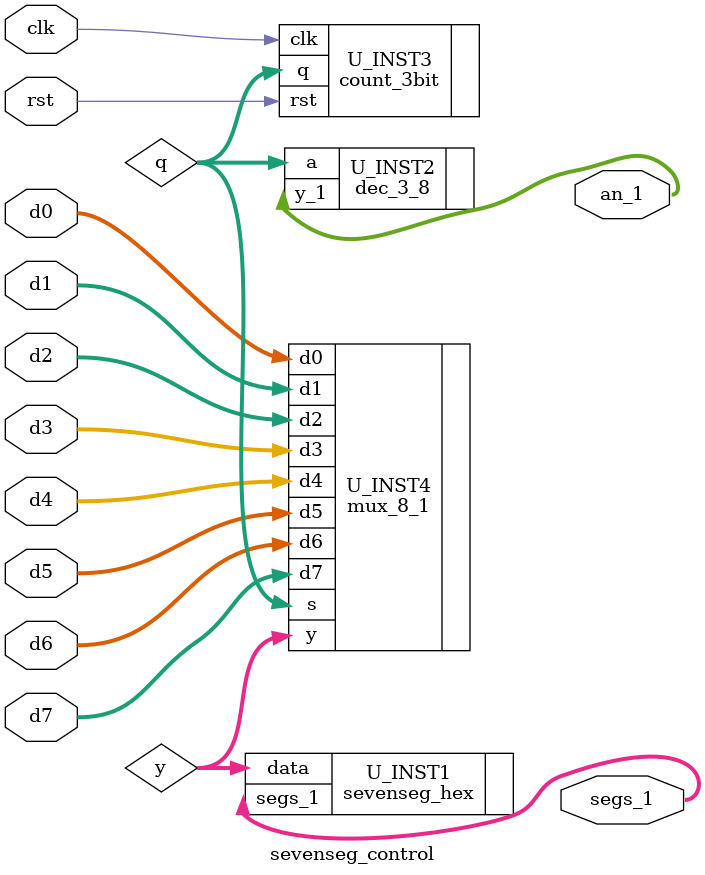
<source format=sv>
`timescale 1ns / 1ps


module sevenseg_control(input logic [3:0] d0,d1,d2,d3,d4,d5,d6,d7, 
                        input logic clk, rst,
                        output logic [7:0] an_1,
                        output logic [6:0] segs_1
                   
                        );
                        
                        logic [2:0] q;
                        logic [3:0] y;

  count_3bit U_INST3 ( .clk(clk), .rst(rst), .q(q));
  mux_8_1 U_INST4 (.d0(d0), .d1(d1), .d2(d2), .d3(d3), .d4(d4), .d5(d5), .d6(d6), .d7(d7), .s(q), .y(y));
  dec_3_8 U_INST2 ( .a(q), .y_1(an_1) );
  sevenseg_hex U_INST1  ( .data(y), .segs_1(segs_1) );



   
endmodule

</source>
